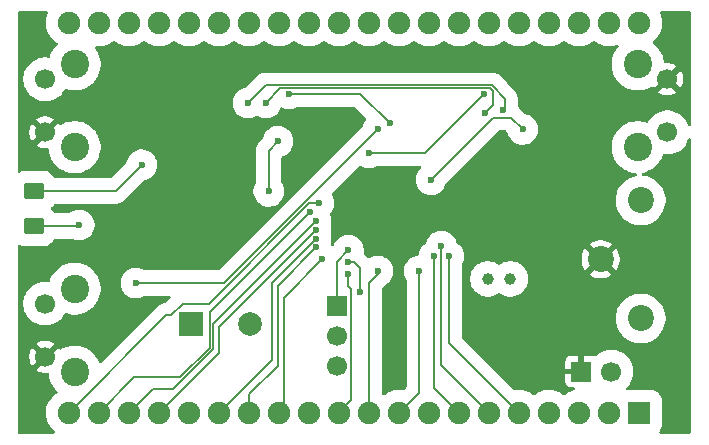
<source format=gbr>
G04 #@! TF.GenerationSoftware,KiCad,Pcbnew,9.0.2*
G04 #@! TF.CreationDate,2025-08-18T13:33:17+03:00*
G04 #@! TF.ProjectId,tickbox,7469636b-626f-4782-9e6b-696361645f70,rev?*
G04 #@! TF.SameCoordinates,Original*
G04 #@! TF.FileFunction,Copper,L4,Bot*
G04 #@! TF.FilePolarity,Positive*
%FSLAX46Y46*%
G04 Gerber Fmt 4.6, Leading zero omitted, Abs format (unit mm)*
G04 Created by KiCad (PCBNEW 9.0.2) date 2025-08-18 13:33:17*
%MOMM*%
%LPD*%
G01*
G04 APERTURE LIST*
G04 Aperture macros list*
%AMRoundRect*
0 Rectangle with rounded corners*
0 $1 Rounding radius*
0 $2 $3 $4 $5 $6 $7 $8 $9 X,Y pos of 4 corners*
0 Add a 4 corners polygon primitive as box body*
4,1,4,$2,$3,$4,$5,$6,$7,$8,$9,$2,$3,0*
0 Add four circle primitives for the rounded corners*
1,1,$1+$1,$2,$3*
1,1,$1+$1,$4,$5*
1,1,$1+$1,$6,$7*
1,1,$1+$1,$8,$9*
0 Add four rect primitives between the rounded corners*
20,1,$1+$1,$2,$3,$4,$5,0*
20,1,$1+$1,$4,$5,$6,$7,0*
20,1,$1+$1,$6,$7,$8,$9,0*
20,1,$1+$1,$8,$9,$2,$3,0*%
G04 Aperture macros list end*
G04 #@! TA.AperFunction,ComponentPad*
%ADD10R,1.700000X1.700000*%
G04 #@! TD*
G04 #@! TA.AperFunction,ComponentPad*
%ADD11C,1.700000*%
G04 #@! TD*
G04 #@! TA.AperFunction,ComponentPad*
%ADD12R,2.000000X2.000000*%
G04 #@! TD*
G04 #@! TA.AperFunction,ComponentPad*
%ADD13C,2.000000*%
G04 #@! TD*
G04 #@! TA.AperFunction,ComponentPad*
%ADD14C,2.400000*%
G04 #@! TD*
G04 #@! TA.AperFunction,ComponentPad*
%ADD15C,1.000000*%
G04 #@! TD*
G04 #@! TA.AperFunction,ComponentPad*
%ADD16C,2.200000*%
G04 #@! TD*
G04 #@! TA.AperFunction,ComponentPad*
%ADD17R,1.905000X1.905000*%
G04 #@! TD*
G04 #@! TA.AperFunction,ComponentPad*
%ADD18C,1.905000*%
G04 #@! TD*
G04 #@! TA.AperFunction,SMDPad,CuDef*
%ADD19RoundRect,0.250001X-0.624999X0.462499X-0.624999X-0.462499X0.624999X-0.462499X0.624999X0.462499X0*%
G04 #@! TD*
G04 #@! TA.AperFunction,ViaPad*
%ADD20C,0.600000*%
G04 #@! TD*
G04 #@! TA.AperFunction,Conductor*
%ADD21C,0.127000*%
G04 #@! TD*
G04 #@! TA.AperFunction,Conductor*
%ADD22C,0.150000*%
G04 #@! TD*
G04 #@! TA.AperFunction,Conductor*
%ADD23C,0.200000*%
G04 #@! TD*
G04 APERTURE END LIST*
D10*
X55000000Y-54460000D03*
D11*
X55000000Y-57000000D03*
X55000000Y-59540000D03*
D12*
X42629216Y-56000000D03*
D13*
X47629216Y-56000000D03*
D14*
X32825000Y-41000001D03*
X32825000Y-34000001D03*
D11*
X30325000Y-39750001D03*
X30325000Y-35250001D03*
D15*
X69700000Y-52150000D03*
X67800000Y-52150000D03*
D16*
X80750000Y-55500000D03*
X80750000Y-45500000D03*
X77350000Y-50500000D03*
D10*
X75725000Y-60000000D03*
D11*
X78265000Y-60000000D03*
D14*
X80500000Y-33999999D03*
X80500000Y-40999999D03*
D11*
X83000000Y-35249999D03*
X83000000Y-39749999D03*
D14*
X32825000Y-60000001D03*
X32825000Y-53000001D03*
D11*
X30325000Y-58750001D03*
X30325000Y-54250001D03*
D17*
X80600000Y-63500000D03*
D18*
X78060000Y-63500000D03*
X75520000Y-63500000D03*
X72980000Y-63500000D03*
X70440000Y-63500000D03*
X67900000Y-63500000D03*
X65360000Y-63500000D03*
X62820000Y-63500000D03*
X60280000Y-63500000D03*
X57740000Y-63500000D03*
X55200000Y-63500000D03*
X52660000Y-63500000D03*
X50120000Y-63500000D03*
X47580000Y-63500000D03*
X45040000Y-63500000D03*
X42500000Y-63500000D03*
X39960000Y-63500000D03*
X37420000Y-63500000D03*
X34880000Y-63500000D03*
X32340000Y-63500000D03*
X32340000Y-30500000D03*
X34880000Y-30500000D03*
X37420000Y-30500000D03*
X39960000Y-30500000D03*
X42500000Y-30500000D03*
X45040000Y-30500000D03*
X47580000Y-30500000D03*
X50120000Y-30500000D03*
X52660000Y-30500000D03*
X55200000Y-30500000D03*
X57740000Y-30500000D03*
X60280000Y-30500000D03*
X62820000Y-30500000D03*
X65360000Y-30500000D03*
X67900000Y-30500000D03*
X70440000Y-30500000D03*
X72980000Y-30500000D03*
X75520000Y-30500000D03*
X78060000Y-30500000D03*
X80600000Y-30500000D03*
D19*
X29400000Y-44712500D03*
X29400000Y-47687500D03*
D20*
X67500000Y-36500000D03*
X57750000Y-41500000D03*
X50023561Y-40523561D03*
X49250000Y-44750000D03*
X64500000Y-50250000D03*
X72437500Y-57812500D03*
X47500000Y-41250000D03*
X75687500Y-42062500D03*
X71875000Y-44375000D03*
X68750000Y-46250000D03*
X53250000Y-48000000D03*
X57000000Y-53250000D03*
X56000000Y-50750000D03*
X56000000Y-49750000D03*
X62000000Y-51500000D03*
X52750000Y-46500000D03*
X53750000Y-50500000D03*
X53250000Y-47250000D03*
X56000000Y-51750000D03*
X53250000Y-48750000D03*
X53500000Y-45750000D03*
X53250000Y-49500000D03*
X63875000Y-49375000D03*
X58500000Y-39500000D03*
X38000000Y-52500000D03*
X63250000Y-50250000D03*
X58500000Y-51500000D03*
X38500000Y-42500000D03*
X69125000Y-37875000D03*
X47500000Y-37250000D03*
X49000000Y-37250000D03*
X67590990Y-38090990D03*
X59500000Y-39000000D03*
X51000000Y-36500000D03*
X70750000Y-39500000D03*
X63000000Y-43750000D03*
X33200000Y-47600000D03*
D21*
X48996499Y-35753501D02*
X47500000Y-37250000D01*
X69250000Y-37750000D02*
X69250000Y-36889376D01*
X68114125Y-35753501D02*
X48996499Y-35753501D01*
X69125000Y-37875000D02*
X69250000Y-37750000D01*
X69250000Y-36889376D02*
X68114125Y-35753501D01*
X50241500Y-36008500D02*
X49000000Y-37250000D01*
X68250000Y-36250000D02*
X68008500Y-36008500D01*
X68008500Y-36008500D02*
X50241500Y-36008500D01*
X68250000Y-37431980D02*
X68250000Y-36250000D01*
X67590990Y-38090990D02*
X68250000Y-37431980D01*
D22*
X62500000Y-41500000D02*
X57750000Y-41500000D01*
X67500000Y-36500000D02*
X62500000Y-41500000D01*
X49250000Y-41297122D02*
X49250000Y-44750000D01*
X50023561Y-40523561D02*
X49250000Y-41297122D01*
X64500000Y-50250000D02*
X64500000Y-57560000D01*
X64500000Y-57560000D02*
X70440000Y-63500000D01*
X53250000Y-48000000D02*
X45000000Y-56250000D01*
X45000000Y-58460000D02*
X39960000Y-63500000D01*
X45000000Y-56250000D02*
X45000000Y-58460000D01*
X57000000Y-51250000D02*
X57000000Y-53250000D01*
X56000000Y-50750000D02*
X56500000Y-50750000D01*
X56500000Y-50750000D02*
X57000000Y-51250000D01*
X56000000Y-49750000D02*
X55000000Y-50750000D01*
X55000000Y-50750000D02*
X55000000Y-54460000D01*
X62000000Y-61780000D02*
X60280000Y-63500000D01*
X62000000Y-51500000D02*
X62000000Y-61780000D01*
X37880000Y-60500000D02*
X34880000Y-63500000D01*
X44250000Y-55000000D02*
X44250000Y-58000000D01*
X44250000Y-58000000D02*
X41750000Y-60500000D01*
X41750000Y-60500000D02*
X37880000Y-60500000D01*
X52750000Y-46500000D02*
X44250000Y-55000000D01*
X50500000Y-63120000D02*
X50120000Y-63500000D01*
X53750000Y-50500000D02*
X50500000Y-53750000D01*
X50500000Y-53750000D02*
X50500000Y-63120000D01*
X44528000Y-58115152D02*
X41143152Y-61500000D01*
X53250000Y-47250000D02*
X44528000Y-55972000D01*
X39420000Y-61500000D02*
X37420000Y-63500000D01*
X44528000Y-55972000D02*
X44528000Y-58115152D01*
X41143152Y-61500000D02*
X39420000Y-61500000D01*
X56000000Y-51750000D02*
X56000000Y-52750000D01*
X56250000Y-62450000D02*
X55200000Y-63500000D01*
X56000000Y-52750000D02*
X56250000Y-53000000D01*
X56250000Y-53000000D02*
X56250000Y-62450000D01*
X49500000Y-59040000D02*
X45040000Y-63500000D01*
X53250000Y-48750000D02*
X49500000Y-52500000D01*
X49500000Y-52500000D02*
X49500000Y-59040000D01*
X52678506Y-45750000D02*
X44178506Y-54250000D01*
X40590000Y-55250000D02*
X32340000Y-63500000D01*
X44178506Y-54250000D02*
X42000000Y-54250000D01*
X53500000Y-45750000D02*
X52678506Y-45750000D01*
X42000000Y-54250000D02*
X41000000Y-55250000D01*
X41000000Y-55250000D02*
X40590000Y-55250000D01*
X53250000Y-49500000D02*
X50000000Y-52750000D01*
X50000000Y-59500000D02*
X47580000Y-61920000D01*
X50000000Y-52750000D02*
X50000000Y-59500000D01*
X47580000Y-61920000D02*
X47580000Y-63500000D01*
X63875000Y-49375000D02*
X63875000Y-59475000D01*
X63875000Y-59475000D02*
X67900000Y-63500000D01*
D23*
X58500000Y-39500000D02*
X45500000Y-52500000D01*
X45500000Y-52500000D02*
X38000000Y-52500000D01*
D22*
X63250000Y-61390000D02*
X65360000Y-63500000D01*
X63250000Y-50250000D02*
X63250000Y-61390000D01*
X58500000Y-51750000D02*
X57740000Y-52510000D01*
X57740000Y-52510000D02*
X57740000Y-63500000D01*
X58500000Y-51500000D02*
X58500000Y-51750000D01*
D21*
X29400000Y-44712500D02*
X36287500Y-44712500D01*
X36287500Y-44712500D02*
X38500000Y-42500000D01*
D23*
X57000000Y-36500000D02*
X51000000Y-36500000D01*
X59500000Y-39000000D02*
X57000000Y-36500000D01*
D22*
X69750000Y-38500000D02*
X70750000Y-39500000D01*
X68250000Y-38500000D02*
X69750000Y-38500000D01*
X63000000Y-43750000D02*
X68250000Y-38500000D01*
X33112500Y-47687500D02*
X29400000Y-47687500D01*
X33200000Y-47600000D02*
X33112500Y-47687500D01*
G04 #@! TA.AperFunction,Conductor*
G36*
X30521555Y-29520185D02*
G01*
X30567310Y-29572989D01*
X30577254Y-29642147D01*
X30569077Y-29671952D01*
X30486677Y-29870883D01*
X30420417Y-30118172D01*
X30387000Y-30371986D01*
X30387000Y-30628013D01*
X30412991Y-30825423D01*
X30420417Y-30881829D01*
X30455925Y-31014349D01*
X30486677Y-31129116D01*
X30584644Y-31365631D01*
X30584651Y-31365646D01*
X30712652Y-31587352D01*
X30868511Y-31790470D01*
X31049529Y-31971488D01*
X31049533Y-31971491D01*
X31049535Y-31971493D01*
X31252643Y-32127344D01*
X31323829Y-32168443D01*
X31372044Y-32219009D01*
X31385268Y-32287616D01*
X31359300Y-32352481D01*
X31349510Y-32363511D01*
X31167030Y-32545991D01*
X31167024Y-32545998D01*
X30991431Y-32774836D01*
X30991420Y-32774852D01*
X30847199Y-33024648D01*
X30847191Y-33024664D01*
X30736810Y-33291151D01*
X30736808Y-33291156D01*
X30727012Y-33327715D01*
X30690646Y-33387375D01*
X30627799Y-33417903D01*
X30591053Y-33418559D01*
X30446289Y-33399501D01*
X30446288Y-33399501D01*
X30203712Y-33399501D01*
X30203711Y-33399501D01*
X29963214Y-33431162D01*
X29728895Y-33493948D01*
X29504794Y-33586774D01*
X29504785Y-33586778D01*
X29294706Y-33708068D01*
X29102263Y-33855734D01*
X29102256Y-33855740D01*
X28930739Y-34027257D01*
X28930733Y-34027264D01*
X28783067Y-34219707D01*
X28661777Y-34429786D01*
X28661773Y-34429795D01*
X28568947Y-34653896D01*
X28506161Y-34888215D01*
X28474500Y-35128712D01*
X28474500Y-35371289D01*
X28505077Y-35603553D01*
X28506162Y-35611790D01*
X28518536Y-35657970D01*
X28568947Y-35846105D01*
X28661773Y-36070206D01*
X28661777Y-36070215D01*
X28672153Y-36088186D01*
X28783064Y-36280290D01*
X28783066Y-36280293D01*
X28783067Y-36280294D01*
X28930733Y-36472737D01*
X28930739Y-36472744D01*
X29102256Y-36644261D01*
X29102262Y-36644266D01*
X29294711Y-36791937D01*
X29504788Y-36913225D01*
X29728900Y-37006055D01*
X29963211Y-37068839D01*
X30140545Y-37092185D01*
X30203711Y-37100501D01*
X30203712Y-37100501D01*
X30446289Y-37100501D01*
X30509455Y-37092185D01*
X30686789Y-37068839D01*
X30921100Y-37006055D01*
X31145212Y-36913225D01*
X31355289Y-36791937D01*
X31547738Y-36644266D01*
X31719265Y-36472739D01*
X31866936Y-36280290D01*
X31950166Y-36136130D01*
X32000731Y-36087918D01*
X32069338Y-36074694D01*
X32105002Y-36083572D01*
X32116155Y-36088192D01*
X32394783Y-36162850D01*
X32680772Y-36200501D01*
X32680779Y-36200501D01*
X32969221Y-36200501D01*
X32969228Y-36200501D01*
X33255217Y-36162850D01*
X33533845Y-36088192D01*
X33533857Y-36088186D01*
X33533860Y-36088186D01*
X33800336Y-35977809D01*
X33800339Y-35977807D01*
X33800345Y-35977805D01*
X34050156Y-35833576D01*
X34279004Y-35657975D01*
X34482974Y-35454005D01*
X34658575Y-35225157D01*
X34802804Y-34975346D01*
X34816206Y-34942992D01*
X34913185Y-34708861D01*
X34913185Y-34708858D01*
X34913191Y-34708846D01*
X34987849Y-34430218D01*
X35025500Y-34144229D01*
X35025500Y-33855773D01*
X34987849Y-33569784D01*
X34913191Y-33291156D01*
X34913186Y-33291146D01*
X34913185Y-33291140D01*
X34802808Y-33024664D01*
X34802800Y-33024648D01*
X34658579Y-32774852D01*
X34658575Y-32774845D01*
X34555603Y-32640650D01*
X34530411Y-32575483D01*
X34544449Y-32507039D01*
X34593263Y-32457049D01*
X34661354Y-32441385D01*
X34670164Y-32442226D01*
X34751994Y-32453000D01*
X34752001Y-32453000D01*
X35007999Y-32453000D01*
X35008006Y-32453000D01*
X35261829Y-32419583D01*
X35509118Y-32353322D01*
X35745643Y-32255350D01*
X35967357Y-32127344D01*
X36074513Y-32045120D01*
X36139682Y-32019925D01*
X36208127Y-32033963D01*
X36225487Y-32045120D01*
X36332642Y-32127344D01*
X36554353Y-32255348D01*
X36554368Y-32255355D01*
X36632254Y-32287616D01*
X36790882Y-32353322D01*
X37038171Y-32419583D01*
X37291994Y-32453000D01*
X37292001Y-32453000D01*
X37547999Y-32453000D01*
X37548006Y-32453000D01*
X37801829Y-32419583D01*
X38049118Y-32353322D01*
X38285643Y-32255350D01*
X38507357Y-32127344D01*
X38614513Y-32045120D01*
X38679682Y-32019925D01*
X38748127Y-32033963D01*
X38765487Y-32045120D01*
X38872642Y-32127344D01*
X39094353Y-32255348D01*
X39094368Y-32255355D01*
X39172254Y-32287616D01*
X39330882Y-32353322D01*
X39578171Y-32419583D01*
X39831994Y-32453000D01*
X39832001Y-32453000D01*
X40087999Y-32453000D01*
X40088006Y-32453000D01*
X40341829Y-32419583D01*
X40589118Y-32353322D01*
X40825643Y-32255350D01*
X41047357Y-32127344D01*
X41154513Y-32045120D01*
X41219682Y-32019925D01*
X41288127Y-32033963D01*
X41305487Y-32045120D01*
X41412642Y-32127344D01*
X41634353Y-32255348D01*
X41634368Y-32255355D01*
X41712254Y-32287616D01*
X41870882Y-32353322D01*
X42118171Y-32419583D01*
X42371994Y-32453000D01*
X42372001Y-32453000D01*
X42627999Y-32453000D01*
X42628006Y-32453000D01*
X42881829Y-32419583D01*
X43129118Y-32353322D01*
X43365643Y-32255350D01*
X43587357Y-32127344D01*
X43694513Y-32045120D01*
X43759682Y-32019925D01*
X43828127Y-32033963D01*
X43845487Y-32045120D01*
X43952642Y-32127344D01*
X44174353Y-32255348D01*
X44174368Y-32255355D01*
X44252254Y-32287616D01*
X44410882Y-32353322D01*
X44658171Y-32419583D01*
X44911994Y-32453000D01*
X44912001Y-32453000D01*
X45167999Y-32453000D01*
X45168006Y-32453000D01*
X45421829Y-32419583D01*
X45669118Y-32353322D01*
X45905643Y-32255350D01*
X46127357Y-32127344D01*
X46234513Y-32045120D01*
X46299682Y-32019925D01*
X46368127Y-32033963D01*
X46385487Y-32045120D01*
X46492642Y-32127344D01*
X46714353Y-32255348D01*
X46714368Y-32255355D01*
X46792254Y-32287616D01*
X46950882Y-32353322D01*
X47198171Y-32419583D01*
X47451994Y-32453000D01*
X47452001Y-32453000D01*
X47707999Y-32453000D01*
X47708006Y-32453000D01*
X47961829Y-32419583D01*
X48209118Y-32353322D01*
X48445643Y-32255350D01*
X48667357Y-32127344D01*
X48774513Y-32045120D01*
X48839682Y-32019925D01*
X48908127Y-32033963D01*
X48925487Y-32045120D01*
X49032642Y-32127344D01*
X49254353Y-32255348D01*
X49254368Y-32255355D01*
X49332254Y-32287616D01*
X49490882Y-32353322D01*
X49738171Y-32419583D01*
X49991994Y-32453000D01*
X49992001Y-32453000D01*
X50247999Y-32453000D01*
X50248006Y-32453000D01*
X50501829Y-32419583D01*
X50749118Y-32353322D01*
X50985643Y-32255350D01*
X51207357Y-32127344D01*
X51314513Y-32045120D01*
X51379682Y-32019925D01*
X51448127Y-32033963D01*
X51465487Y-32045120D01*
X51572642Y-32127344D01*
X51794353Y-32255348D01*
X51794368Y-32255355D01*
X51872254Y-32287616D01*
X52030882Y-32353322D01*
X52278171Y-32419583D01*
X52531994Y-32453000D01*
X52532001Y-32453000D01*
X52787999Y-32453000D01*
X52788006Y-32453000D01*
X53041829Y-32419583D01*
X53289118Y-32353322D01*
X53525643Y-32255350D01*
X53747357Y-32127344D01*
X53854513Y-32045120D01*
X53919682Y-32019925D01*
X53988127Y-32033963D01*
X54005487Y-32045120D01*
X54112642Y-32127344D01*
X54334353Y-32255348D01*
X54334368Y-32255355D01*
X54412254Y-32287616D01*
X54570882Y-32353322D01*
X54818171Y-32419583D01*
X55071994Y-32453000D01*
X55072001Y-32453000D01*
X55327999Y-32453000D01*
X55328006Y-32453000D01*
X55581829Y-32419583D01*
X55829118Y-32353322D01*
X56065643Y-32255350D01*
X56287357Y-32127344D01*
X56394513Y-32045120D01*
X56459682Y-32019925D01*
X56528127Y-32033963D01*
X56545487Y-32045120D01*
X56652642Y-32127344D01*
X56874353Y-32255348D01*
X56874368Y-32255355D01*
X56952254Y-32287616D01*
X57110882Y-32353322D01*
X57358171Y-32419583D01*
X57611994Y-32453000D01*
X57612001Y-32453000D01*
X57867999Y-32453000D01*
X57868006Y-32453000D01*
X58121829Y-32419583D01*
X58369118Y-32353322D01*
X58605643Y-32255350D01*
X58827357Y-32127344D01*
X58934513Y-32045120D01*
X58999682Y-32019925D01*
X59068127Y-32033963D01*
X59085487Y-32045120D01*
X59192642Y-32127344D01*
X59414353Y-32255348D01*
X59414368Y-32255355D01*
X59492254Y-32287616D01*
X59650882Y-32353322D01*
X59898171Y-32419583D01*
X60151994Y-32453000D01*
X60152001Y-32453000D01*
X60407999Y-32453000D01*
X60408006Y-32453000D01*
X60661829Y-32419583D01*
X60909118Y-32353322D01*
X61145643Y-32255350D01*
X61367357Y-32127344D01*
X61474513Y-32045120D01*
X61539682Y-32019925D01*
X61608127Y-32033963D01*
X61625487Y-32045120D01*
X61732642Y-32127344D01*
X61954353Y-32255348D01*
X61954368Y-32255355D01*
X62032254Y-32287616D01*
X62190882Y-32353322D01*
X62438171Y-32419583D01*
X62691994Y-32453000D01*
X62692001Y-32453000D01*
X62947999Y-32453000D01*
X62948006Y-32453000D01*
X63201829Y-32419583D01*
X63449118Y-32353322D01*
X63685643Y-32255350D01*
X63907357Y-32127344D01*
X64014513Y-32045120D01*
X64079682Y-32019925D01*
X64148127Y-32033963D01*
X64165487Y-32045120D01*
X64272642Y-32127344D01*
X64494353Y-32255348D01*
X64494368Y-32255355D01*
X64572254Y-32287616D01*
X64730882Y-32353322D01*
X64978171Y-32419583D01*
X65231994Y-32453000D01*
X65232001Y-32453000D01*
X65487999Y-32453000D01*
X65488006Y-32453000D01*
X65741829Y-32419583D01*
X65989118Y-32353322D01*
X66225643Y-32255350D01*
X66447357Y-32127344D01*
X66554513Y-32045120D01*
X66619682Y-32019925D01*
X66688127Y-32033963D01*
X66705487Y-32045120D01*
X66812642Y-32127344D01*
X67034353Y-32255348D01*
X67034368Y-32255355D01*
X67112254Y-32287616D01*
X67270882Y-32353322D01*
X67518171Y-32419583D01*
X67771994Y-32453000D01*
X67772001Y-32453000D01*
X68027999Y-32453000D01*
X68028006Y-32453000D01*
X68281829Y-32419583D01*
X68529118Y-32353322D01*
X68765643Y-32255350D01*
X68987357Y-32127344D01*
X69094513Y-32045120D01*
X69159682Y-32019925D01*
X69228127Y-32033963D01*
X69245487Y-32045120D01*
X69352642Y-32127344D01*
X69574353Y-32255348D01*
X69574368Y-32255355D01*
X69652254Y-32287616D01*
X69810882Y-32353322D01*
X70058171Y-32419583D01*
X70311994Y-32453000D01*
X70312001Y-32453000D01*
X70567999Y-32453000D01*
X70568006Y-32453000D01*
X70821829Y-32419583D01*
X71069118Y-32353322D01*
X71305643Y-32255350D01*
X71527357Y-32127344D01*
X71634513Y-32045120D01*
X71699682Y-32019925D01*
X71768127Y-32033963D01*
X71785487Y-32045120D01*
X71892642Y-32127344D01*
X72114353Y-32255348D01*
X72114368Y-32255355D01*
X72192254Y-32287616D01*
X72350882Y-32353322D01*
X72598171Y-32419583D01*
X72851994Y-32453000D01*
X72852001Y-32453000D01*
X73107999Y-32453000D01*
X73108006Y-32453000D01*
X73361829Y-32419583D01*
X73609118Y-32353322D01*
X73845643Y-32255350D01*
X74067357Y-32127344D01*
X74174513Y-32045120D01*
X74239682Y-32019925D01*
X74308127Y-32033963D01*
X74325487Y-32045120D01*
X74432642Y-32127344D01*
X74654353Y-32255348D01*
X74654368Y-32255355D01*
X74732254Y-32287616D01*
X74890882Y-32353322D01*
X75138171Y-32419583D01*
X75391994Y-32453000D01*
X75392001Y-32453000D01*
X75647999Y-32453000D01*
X75648006Y-32453000D01*
X75901829Y-32419583D01*
X76149118Y-32353322D01*
X76385643Y-32255350D01*
X76607357Y-32127344D01*
X76714513Y-32045120D01*
X76779682Y-32019925D01*
X76848127Y-32033963D01*
X76865487Y-32045120D01*
X76972642Y-32127344D01*
X77194353Y-32255348D01*
X77194368Y-32255355D01*
X77272254Y-32287616D01*
X77430882Y-32353322D01*
X77678171Y-32419583D01*
X77931994Y-32453000D01*
X77932001Y-32453000D01*
X78187999Y-32453000D01*
X78188006Y-32453000D01*
X78441829Y-32419583D01*
X78689118Y-32353322D01*
X78703300Y-32347447D01*
X78772766Y-32339979D01*
X78835245Y-32371253D01*
X78870898Y-32431342D01*
X78868405Y-32501167D01*
X78843983Y-32543762D01*
X78842028Y-32545990D01*
X78666431Y-32774834D01*
X78666420Y-32774850D01*
X78522199Y-33024646D01*
X78522191Y-33024662D01*
X78411814Y-33291138D01*
X78411810Y-33291151D01*
X78411809Y-33291154D01*
X78337152Y-33569781D01*
X78337149Y-33569792D01*
X78299504Y-33855740D01*
X78299500Y-33855771D01*
X78299500Y-34144227D01*
X78299500Y-34144232D01*
X78299501Y-34144237D01*
X78337149Y-34430205D01*
X78337150Y-34430210D01*
X78337151Y-34430216D01*
X78411809Y-34708844D01*
X78411810Y-34708846D01*
X78411814Y-34708859D01*
X78522191Y-34975335D01*
X78522199Y-34975351D01*
X78666420Y-35225147D01*
X78666431Y-35225163D01*
X78842024Y-35454001D01*
X78842030Y-35454008D01*
X79045990Y-35657968D01*
X79045997Y-35657974D01*
X79046000Y-35657976D01*
X79274844Y-35833574D01*
X79274851Y-35833578D01*
X79524647Y-35977799D01*
X79524663Y-35977807D01*
X79791139Y-36088184D01*
X79791145Y-36088185D01*
X79791155Y-36088190D01*
X80069783Y-36162848D01*
X80355772Y-36200499D01*
X80355779Y-36200499D01*
X80644221Y-36200499D01*
X80644228Y-36200499D01*
X80679410Y-36195867D01*
X80685459Y-36195071D01*
X80743771Y-36187393D01*
X80930217Y-36162848D01*
X81208845Y-36088190D01*
X81208857Y-36088184D01*
X81208860Y-36088184D01*
X81475336Y-35977807D01*
X81475337Y-35977805D01*
X81475345Y-35977803D01*
X81656078Y-35873455D01*
X81723974Y-35856984D01*
X81790001Y-35879836D01*
X81828559Y-35924547D01*
X81845374Y-35957548D01*
X81884728Y-36011715D01*
X82517037Y-35379407D01*
X82534075Y-35442992D01*
X82599901Y-35557006D01*
X82692993Y-35650098D01*
X82807007Y-35715924D01*
X82870590Y-35732961D01*
X82238282Y-36365268D01*
X82238282Y-36365269D01*
X82292449Y-36404623D01*
X82481782Y-36501094D01*
X82683870Y-36566756D01*
X82893754Y-36599999D01*
X83106246Y-36599999D01*
X83316127Y-36566756D01*
X83316130Y-36566756D01*
X83518217Y-36501094D01*
X83707554Y-36404621D01*
X83761716Y-36365269D01*
X83761717Y-36365269D01*
X83129408Y-35732961D01*
X83192993Y-35715924D01*
X83307007Y-35650098D01*
X83400099Y-35557006D01*
X83465925Y-35442992D01*
X83482962Y-35379407D01*
X84115270Y-36011716D01*
X84115270Y-36011715D01*
X84154622Y-35957553D01*
X84251095Y-35768216D01*
X84316757Y-35566129D01*
X84316757Y-35566126D01*
X84350000Y-35356245D01*
X84350000Y-35143752D01*
X84316757Y-34933871D01*
X84316757Y-34933868D01*
X84251095Y-34731781D01*
X84154624Y-34542448D01*
X84115270Y-34488281D01*
X84115269Y-34488281D01*
X83482962Y-35120589D01*
X83465925Y-35057006D01*
X83400099Y-34942992D01*
X83307007Y-34849900D01*
X83192993Y-34784074D01*
X83129408Y-34767036D01*
X83761716Y-34134727D01*
X83707550Y-34095374D01*
X83518217Y-33998903D01*
X83316129Y-33933241D01*
X83106246Y-33899999D01*
X82893746Y-33899999D01*
X82835872Y-33909165D01*
X82766579Y-33900210D01*
X82713127Y-33855213D01*
X82693536Y-33802877D01*
X82681054Y-33708068D01*
X82662849Y-33569782D01*
X82588191Y-33291154D01*
X82588186Y-33291144D01*
X82588185Y-33291138D01*
X82477808Y-33024662D01*
X82477800Y-33024646D01*
X82333579Y-32774850D01*
X82333576Y-32774845D01*
X82333575Y-32774843D01*
X82180601Y-32575483D01*
X82157975Y-32545996D01*
X82157969Y-32545989D01*
X81954009Y-32342029D01*
X81954002Y-32342023D01*
X81808997Y-32230757D01*
X81767794Y-32174329D01*
X81763639Y-32104583D01*
X81797851Y-32043663D01*
X81808987Y-32034012D01*
X81890465Y-31971493D01*
X82071493Y-31790465D01*
X82227344Y-31587357D01*
X82355350Y-31365643D01*
X82453322Y-31129118D01*
X82519583Y-30881829D01*
X82553000Y-30628006D01*
X82553000Y-30371994D01*
X82519583Y-30118171D01*
X82453322Y-29870882D01*
X82420298Y-29791156D01*
X82370923Y-29671952D01*
X82363454Y-29602483D01*
X82394729Y-29540004D01*
X82454818Y-29504352D01*
X82485484Y-29500500D01*
X84875500Y-29500500D01*
X84942539Y-29520185D01*
X84988294Y-29572989D01*
X84999500Y-29624500D01*
X84999500Y-39120578D01*
X84979815Y-39187617D01*
X84927011Y-39233372D01*
X84857853Y-39243316D01*
X84794297Y-39214291D01*
X84757845Y-39157571D01*
X84757357Y-39157737D01*
X84756690Y-39155774D01*
X84756523Y-39155513D01*
X84756143Y-39154162D01*
X84756054Y-39153900D01*
X84756054Y-39153899D01*
X84663224Y-38929787D01*
X84541936Y-38719710D01*
X84394265Y-38527261D01*
X84394260Y-38527255D01*
X84222743Y-38355738D01*
X84222736Y-38355732D01*
X84030293Y-38208066D01*
X84030292Y-38208065D01*
X84030289Y-38208063D01*
X83820212Y-38086775D01*
X83820205Y-38086772D01*
X83596104Y-37993946D01*
X83363476Y-37931613D01*
X83361789Y-37931161D01*
X83361788Y-37931160D01*
X83361785Y-37931160D01*
X83121289Y-37899499D01*
X83121288Y-37899499D01*
X82878712Y-37899499D01*
X82878711Y-37899499D01*
X82638214Y-37931160D01*
X82403895Y-37993946D01*
X82179794Y-38086772D01*
X82179785Y-38086776D01*
X81969706Y-38208066D01*
X81777263Y-38355732D01*
X81777256Y-38355738D01*
X81605739Y-38527255D01*
X81605733Y-38527262D01*
X81458069Y-38719702D01*
X81374835Y-38863866D01*
X81324267Y-38912081D01*
X81255660Y-38925303D01*
X81219997Y-38916427D01*
X81208853Y-38911811D01*
X81208849Y-38911809D01*
X81208845Y-38911808D01*
X80930217Y-38837150D01*
X80930211Y-38837149D01*
X80930206Y-38837148D01*
X80644238Y-38799500D01*
X80644233Y-38799499D01*
X80644228Y-38799499D01*
X80355772Y-38799499D01*
X80355766Y-38799499D01*
X80355761Y-38799500D01*
X80069793Y-38837148D01*
X80069786Y-38837149D01*
X80069783Y-38837150D01*
X79844001Y-38897648D01*
X79791155Y-38911808D01*
X79791139Y-38911813D01*
X79524663Y-39022190D01*
X79524647Y-39022198D01*
X79274851Y-39166419D01*
X79274835Y-39166430D01*
X79045997Y-39342023D01*
X79045990Y-39342029D01*
X78842030Y-39545989D01*
X78842024Y-39545996D01*
X78666431Y-39774834D01*
X78666420Y-39774850D01*
X78522199Y-40024646D01*
X78522191Y-40024662D01*
X78411814Y-40291138D01*
X78411809Y-40291154D01*
X78337152Y-40569781D01*
X78337149Y-40569792D01*
X78299501Y-40855760D01*
X78299500Y-40855771D01*
X78299500Y-41144227D01*
X78299500Y-41144232D01*
X78299501Y-41144237D01*
X78337149Y-41430205D01*
X78337150Y-41430210D01*
X78337151Y-41430216D01*
X78411809Y-41708844D01*
X78411810Y-41708846D01*
X78411814Y-41708859D01*
X78522191Y-41975335D01*
X78522199Y-41975351D01*
X78666420Y-42225147D01*
X78666431Y-42225163D01*
X78842024Y-42454001D01*
X78842030Y-42454008D01*
X79045990Y-42657968D01*
X79045997Y-42657974D01*
X79123113Y-42717147D01*
X79274844Y-42833574D01*
X79274851Y-42833578D01*
X79524647Y-42977799D01*
X79524663Y-42977807D01*
X79791139Y-43088184D01*
X79791145Y-43088185D01*
X79791155Y-43088190D01*
X80069783Y-43162848D01*
X80314633Y-43195083D01*
X80378528Y-43223348D01*
X80416999Y-43281672D01*
X80417831Y-43351537D01*
X80380758Y-43410761D01*
X80330540Y-43437796D01*
X80073367Y-43506705D01*
X79818982Y-43612075D01*
X79818971Y-43612080D01*
X79580516Y-43749754D01*
X79362073Y-43917370D01*
X79362066Y-43917376D01*
X79167376Y-44112066D01*
X79167370Y-44112073D01*
X78999754Y-44330516D01*
X78862080Y-44568971D01*
X78862075Y-44568982D01*
X78756704Y-44823369D01*
X78710348Y-44996375D01*
X78695846Y-45050500D01*
X78685441Y-45089331D01*
X78685438Y-45089344D01*
X78649501Y-45362315D01*
X78649500Y-45362332D01*
X78649500Y-45637667D01*
X78649501Y-45637684D01*
X78685438Y-45910655D01*
X78685439Y-45910660D01*
X78685440Y-45910666D01*
X78685441Y-45910668D01*
X78756704Y-46176630D01*
X78862075Y-46431017D01*
X78862080Y-46431028D01*
X78894808Y-46487713D01*
X78999751Y-46669479D01*
X78999753Y-46669482D01*
X78999754Y-46669483D01*
X79167370Y-46887926D01*
X79167376Y-46887933D01*
X79362066Y-47082623D01*
X79362073Y-47082629D01*
X79446808Y-47147648D01*
X79580521Y-47250249D01*
X79733778Y-47338732D01*
X79818971Y-47387919D01*
X79818976Y-47387921D01*
X79818979Y-47387923D01*
X80073368Y-47493295D01*
X80339334Y-47564560D01*
X80612326Y-47600500D01*
X80612333Y-47600500D01*
X80887667Y-47600500D01*
X80887674Y-47600500D01*
X81160666Y-47564560D01*
X81426632Y-47493295D01*
X81681021Y-47387923D01*
X81919479Y-47250249D01*
X82137928Y-47082628D01*
X82332628Y-46887928D01*
X82500249Y-46669479D01*
X82637923Y-46431021D01*
X82743295Y-46176632D01*
X82814560Y-45910666D01*
X82850500Y-45637674D01*
X82850500Y-45362326D01*
X82814560Y-45089334D01*
X82743295Y-44823368D01*
X82637923Y-44568979D01*
X82637921Y-44568976D01*
X82637919Y-44568971D01*
X82588732Y-44483778D01*
X82500249Y-44330521D01*
X82332628Y-44112072D01*
X82332623Y-44112066D01*
X82137933Y-43917376D01*
X82137926Y-43917370D01*
X81919483Y-43749754D01*
X81919482Y-43749753D01*
X81919479Y-43749751D01*
X81824407Y-43694861D01*
X81681028Y-43612080D01*
X81681017Y-43612075D01*
X81426630Y-43506704D01*
X81293649Y-43471072D01*
X81160666Y-43435440D01*
X81160660Y-43435439D01*
X81160655Y-43435438D01*
X80942001Y-43406652D01*
X80878104Y-43378385D01*
X80839633Y-43320061D01*
X80838802Y-43250196D01*
X80875874Y-43190973D01*
X80926787Y-43165733D01*
X80926296Y-43163898D01*
X80930212Y-43162848D01*
X80930217Y-43162848D01*
X81208845Y-43088190D01*
X81208857Y-43088184D01*
X81208860Y-43088184D01*
X81475336Y-42977807D01*
X81475339Y-42977805D01*
X81475345Y-42977803D01*
X81725156Y-42833574D01*
X81954004Y-42657973D01*
X82157974Y-42454003D01*
X82333575Y-42225155D01*
X82477804Y-41975344D01*
X82516066Y-41882972D01*
X82588185Y-41708859D01*
X82588185Y-41708856D01*
X82588191Y-41708844D01*
X82597986Y-41672284D01*
X82634350Y-41612626D01*
X82697197Y-41582096D01*
X82733942Y-41581440D01*
X82849907Y-41596706D01*
X82878711Y-41600499D01*
X82878712Y-41600499D01*
X83121289Y-41600499D01*
X83169388Y-41594166D01*
X83361789Y-41568837D01*
X83596100Y-41506053D01*
X83820212Y-41413223D01*
X84030289Y-41291935D01*
X84222738Y-41144264D01*
X84394265Y-40972737D01*
X84541936Y-40780288D01*
X84663224Y-40570211D01*
X84756054Y-40346099D01*
X84756056Y-40346089D01*
X84757357Y-40342261D01*
X84758564Y-40342670D01*
X84792086Y-40287669D01*
X84854932Y-40257137D01*
X84924308Y-40265429D01*
X84978188Y-40309912D01*
X84999465Y-40376463D01*
X84999500Y-40379419D01*
X84999500Y-65125500D01*
X84979815Y-65192539D01*
X84927011Y-65238294D01*
X84875500Y-65249500D01*
X82454680Y-65249500D01*
X82387641Y-65229815D01*
X82341886Y-65177011D01*
X82331942Y-65107853D01*
X82358578Y-65047140D01*
X82392194Y-65005912D01*
X82392194Y-65005911D01*
X82392198Y-65005907D01*
X82486409Y-64825549D01*
X82542386Y-64629918D01*
X82553000Y-64510537D01*
X82552999Y-62489464D01*
X82542386Y-62370082D01*
X82486409Y-62174451D01*
X82392198Y-61994093D01*
X82316114Y-61900783D01*
X82263609Y-61836390D01*
X82141696Y-61736984D01*
X82105907Y-61707802D01*
X81925549Y-61613591D01*
X81925548Y-61613590D01*
X81925545Y-61613589D01*
X81808329Y-61580050D01*
X81729918Y-61557614D01*
X81729915Y-61557613D01*
X81729913Y-61557613D01*
X81657131Y-61551142D01*
X81610537Y-61547000D01*
X81610533Y-61547000D01*
X79634365Y-61547000D01*
X79567326Y-61527315D01*
X79521571Y-61474511D01*
X79511627Y-61405353D01*
X79540652Y-61341797D01*
X79546670Y-61335332D01*
X79659265Y-61222738D01*
X79806936Y-61030289D01*
X79928224Y-60820212D01*
X80021054Y-60596100D01*
X80083838Y-60361789D01*
X80115500Y-60121288D01*
X80115500Y-59878712D01*
X80113730Y-59865271D01*
X80083838Y-59638214D01*
X80083838Y-59638211D01*
X80021054Y-59403900D01*
X79928224Y-59179788D01*
X79806936Y-58969711D01*
X79659265Y-58777262D01*
X79659260Y-58777256D01*
X79487743Y-58605739D01*
X79487736Y-58605733D01*
X79295293Y-58458067D01*
X79295292Y-58458066D01*
X79295289Y-58458064D01*
X79085212Y-58336776D01*
X79038101Y-58317262D01*
X78861104Y-58243947D01*
X78626785Y-58181161D01*
X78386289Y-58149500D01*
X78386288Y-58149500D01*
X78143712Y-58149500D01*
X78143711Y-58149500D01*
X77903214Y-58181161D01*
X77668895Y-58243947D01*
X77444794Y-58336773D01*
X77444785Y-58336777D01*
X77234706Y-58458067D01*
X77042264Y-58605732D01*
X76963099Y-58684897D01*
X76901775Y-58718381D01*
X76832084Y-58713397D01*
X76818261Y-58707083D01*
X76682379Y-58656403D01*
X76682372Y-58656401D01*
X76622844Y-58650000D01*
X75975000Y-58650000D01*
X75975000Y-59566988D01*
X75917993Y-59534075D01*
X75790826Y-59500000D01*
X75659174Y-59500000D01*
X75532007Y-59534075D01*
X75475000Y-59566988D01*
X75475000Y-58650000D01*
X74827155Y-58650000D01*
X74767627Y-58656401D01*
X74767620Y-58656403D01*
X74632913Y-58706645D01*
X74632906Y-58706649D01*
X74517812Y-58792809D01*
X74517809Y-58792812D01*
X74431649Y-58907906D01*
X74431645Y-58907913D01*
X74381403Y-59042620D01*
X74381401Y-59042627D01*
X74375000Y-59102155D01*
X74375000Y-59750000D01*
X75291988Y-59750000D01*
X75259075Y-59807007D01*
X75225000Y-59934174D01*
X75225000Y-60065826D01*
X75259075Y-60192993D01*
X75291988Y-60250000D01*
X74375000Y-60250000D01*
X74375000Y-60897844D01*
X74381401Y-60957372D01*
X74381403Y-60957379D01*
X74431645Y-61092086D01*
X74431649Y-61092093D01*
X74517809Y-61207187D01*
X74517812Y-61207190D01*
X74632906Y-61293350D01*
X74632913Y-61293354D01*
X74767620Y-61343596D01*
X74767627Y-61343598D01*
X74827155Y-61349999D01*
X74827172Y-61350000D01*
X75056226Y-61350000D01*
X75123265Y-61369685D01*
X75169020Y-61422489D01*
X75178964Y-61491647D01*
X75149939Y-61555203D01*
X75091161Y-61592977D01*
X75088354Y-61593765D01*
X74965377Y-61626716D01*
X74890881Y-61646678D01*
X74654368Y-61744644D01*
X74654353Y-61744651D01*
X74432643Y-61872655D01*
X74325486Y-61954880D01*
X74260317Y-61980074D01*
X74191872Y-61966036D01*
X74174514Y-61954880D01*
X74067356Y-61872655D01*
X73845646Y-61744651D01*
X73845631Y-61744644D01*
X73609116Y-61646677D01*
X73468767Y-61609071D01*
X73361829Y-61580417D01*
X73302545Y-61572612D01*
X73108013Y-61547000D01*
X73108006Y-61547000D01*
X72851994Y-61547000D01*
X72851986Y-61547000D01*
X72643980Y-61574386D01*
X72598171Y-61580417D01*
X72547180Y-61594080D01*
X72350883Y-61646677D01*
X72114368Y-61744644D01*
X72114353Y-61744651D01*
X71892643Y-61872655D01*
X71785486Y-61954880D01*
X71720317Y-61980074D01*
X71651872Y-61966036D01*
X71634514Y-61954880D01*
X71527356Y-61872655D01*
X71305646Y-61744651D01*
X71305631Y-61744644D01*
X71069116Y-61646677D01*
X70928767Y-61609071D01*
X70821829Y-61580417D01*
X70762545Y-61572612D01*
X70568013Y-61547000D01*
X70568006Y-61547000D01*
X70311994Y-61547000D01*
X70311986Y-61547000D01*
X70141939Y-61569388D01*
X70103981Y-61574385D01*
X70034946Y-61563621D01*
X70000115Y-61539128D01*
X65611819Y-57150832D01*
X65578334Y-57089509D01*
X65575500Y-57063151D01*
X65575500Y-55362332D01*
X78649500Y-55362332D01*
X78649500Y-55637667D01*
X78649501Y-55637684D01*
X78685438Y-55910655D01*
X78685439Y-55910660D01*
X78685440Y-55910666D01*
X78695251Y-55947281D01*
X78756704Y-56176630D01*
X78862075Y-56431017D01*
X78862080Y-56431028D01*
X78944861Y-56574407D01*
X78999751Y-56669479D01*
X78999753Y-56669482D01*
X78999754Y-56669483D01*
X79167370Y-56887926D01*
X79167376Y-56887933D01*
X79362066Y-57082623D01*
X79362073Y-57082629D01*
X79412455Y-57121288D01*
X79580521Y-57250249D01*
X79704539Y-57321851D01*
X79818971Y-57387919D01*
X79818976Y-57387921D01*
X79818979Y-57387923D01*
X80073368Y-57493295D01*
X80339334Y-57564560D01*
X80612326Y-57600500D01*
X80612333Y-57600500D01*
X80887667Y-57600500D01*
X80887674Y-57600500D01*
X81160666Y-57564560D01*
X81426632Y-57493295D01*
X81681021Y-57387923D01*
X81919479Y-57250249D01*
X82137928Y-57082628D01*
X82332628Y-56887928D01*
X82500249Y-56669479D01*
X82637923Y-56431021D01*
X82743295Y-56176632D01*
X82814560Y-55910666D01*
X82850500Y-55637674D01*
X82850500Y-55362326D01*
X82814560Y-55089334D01*
X82743295Y-54823368D01*
X82637923Y-54568979D01*
X82637921Y-54568976D01*
X82637919Y-54568971D01*
X82588732Y-54483778D01*
X82500249Y-54330521D01*
X82384605Y-54179810D01*
X82332629Y-54112073D01*
X82332623Y-54112066D01*
X82137933Y-53917376D01*
X82137926Y-53917370D01*
X81919483Y-53749754D01*
X81919482Y-53749753D01*
X81919479Y-53749751D01*
X81786524Y-53672989D01*
X81681028Y-53612080D01*
X81681017Y-53612075D01*
X81426630Y-53506704D01*
X81293649Y-53471072D01*
X81160666Y-53435440D01*
X81160660Y-53435439D01*
X81160655Y-53435438D01*
X80887684Y-53399501D01*
X80887679Y-53399500D01*
X80887674Y-53399500D01*
X80612326Y-53399500D01*
X80612320Y-53399500D01*
X80612315Y-53399501D01*
X80339344Y-53435438D01*
X80339337Y-53435439D01*
X80339334Y-53435440D01*
X80283125Y-53450500D01*
X80073369Y-53506704D01*
X79818982Y-53612075D01*
X79818971Y-53612080D01*
X79651370Y-53708846D01*
X79593692Y-53742147D01*
X79580516Y-53749754D01*
X79362073Y-53917370D01*
X79362066Y-53917376D01*
X79167376Y-54112066D01*
X79167370Y-54112073D01*
X78999754Y-54330516D01*
X78862080Y-54568971D01*
X78862075Y-54568982D01*
X78756704Y-54823369D01*
X78715325Y-54977801D01*
X78685820Y-55087918D01*
X78685441Y-55089331D01*
X78685438Y-55089344D01*
X78649501Y-55362315D01*
X78649500Y-55362332D01*
X65575500Y-55362332D01*
X65575500Y-52031902D01*
X66299500Y-52031902D01*
X66299500Y-52268097D01*
X66336446Y-52501368D01*
X66409433Y-52725996D01*
X66497528Y-52898890D01*
X66516657Y-52936433D01*
X66655483Y-53127510D01*
X66822490Y-53294517D01*
X67013567Y-53433343D01*
X67017685Y-53435441D01*
X67224003Y-53540566D01*
X67224005Y-53540566D01*
X67224008Y-53540568D01*
X67344412Y-53579689D01*
X67448631Y-53613553D01*
X67681903Y-53650500D01*
X67681908Y-53650500D01*
X67918097Y-53650500D01*
X68151368Y-53613553D01*
X68155917Y-53612075D01*
X68375992Y-53540568D01*
X68586433Y-53433343D01*
X68677114Y-53367458D01*
X68742921Y-53343979D01*
X68810975Y-53359804D01*
X68822885Y-53367458D01*
X68913567Y-53433343D01*
X68917685Y-53435441D01*
X69124003Y-53540566D01*
X69124005Y-53540566D01*
X69124008Y-53540568D01*
X69244412Y-53579689D01*
X69348631Y-53613553D01*
X69581903Y-53650500D01*
X69581908Y-53650500D01*
X69818097Y-53650500D01*
X70051368Y-53613553D01*
X70055917Y-53612075D01*
X70275992Y-53540568D01*
X70486433Y-53433343D01*
X70677510Y-53294517D01*
X70844517Y-53127510D01*
X70983343Y-52936433D01*
X71090568Y-52725992D01*
X71163553Y-52501368D01*
X71174177Y-52434289D01*
X71200500Y-52268097D01*
X71200500Y-52031902D01*
X71163553Y-51798632D01*
X71159224Y-51785308D01*
X71159223Y-51785306D01*
X71155821Y-51774836D01*
X71090568Y-51574008D01*
X71090566Y-51574005D01*
X71090566Y-51574003D01*
X71022643Y-51440697D01*
X70983343Y-51363567D01*
X70844517Y-51172490D01*
X70677510Y-51005483D01*
X70486433Y-50866657D01*
X70460715Y-50853553D01*
X70275996Y-50759433D01*
X70051368Y-50686446D01*
X69818097Y-50649500D01*
X69818092Y-50649500D01*
X69581908Y-50649500D01*
X69581903Y-50649500D01*
X69348631Y-50686446D01*
X69124003Y-50759433D01*
X68913563Y-50866659D01*
X68822885Y-50932540D01*
X68757078Y-50956020D01*
X68689025Y-50940194D01*
X68677115Y-50932540D01*
X68586436Y-50866659D01*
X68586435Y-50866658D01*
X68586433Y-50866657D01*
X68491696Y-50818386D01*
X68375996Y-50759433D01*
X68151368Y-50686446D01*
X67918097Y-50649500D01*
X67918092Y-50649500D01*
X67681908Y-50649500D01*
X67681903Y-50649500D01*
X67448631Y-50686446D01*
X67224003Y-50759433D01*
X67013566Y-50866657D01*
X66922887Y-50932540D01*
X66822490Y-51005483D01*
X66822488Y-51005485D01*
X66822487Y-51005485D01*
X66655485Y-51172487D01*
X66655485Y-51172488D01*
X66655483Y-51172490D01*
X66638791Y-51195465D01*
X66516657Y-51363566D01*
X66409433Y-51574003D01*
X66336446Y-51798631D01*
X66299500Y-52031902D01*
X65575500Y-52031902D01*
X65575500Y-51022533D01*
X65595185Y-50955494D01*
X65599183Y-50949647D01*
X65612284Y-50931614D01*
X65612283Y-50931614D01*
X65612287Y-50931610D01*
X65705220Y-50749219D01*
X65768477Y-50554534D01*
X65797060Y-50374071D01*
X75750000Y-50374071D01*
X75750000Y-50625928D01*
X75789397Y-50874669D01*
X75867219Y-51114184D01*
X75981557Y-51338583D01*
X76055748Y-51440697D01*
X76055748Y-51440698D01*
X76785387Y-50711059D01*
X76790889Y-50731591D01*
X76869881Y-50868408D01*
X76981592Y-50980119D01*
X77118409Y-51059111D01*
X77138940Y-51064612D01*
X76409300Y-51794250D01*
X76511416Y-51868442D01*
X76735815Y-51982780D01*
X76975330Y-52060602D01*
X77224072Y-52100000D01*
X77475928Y-52100000D01*
X77724669Y-52060602D01*
X77964184Y-51982780D01*
X78188575Y-51868446D01*
X78188581Y-51868442D01*
X78290697Y-51794250D01*
X78290698Y-51794250D01*
X77561059Y-51064612D01*
X77581591Y-51059111D01*
X77718408Y-50980119D01*
X77830119Y-50868408D01*
X77909111Y-50731591D01*
X77914612Y-50711060D01*
X78644250Y-51440698D01*
X78644250Y-51440697D01*
X78718442Y-51338581D01*
X78718446Y-51338575D01*
X78832780Y-51114184D01*
X78910602Y-50874669D01*
X78950000Y-50625928D01*
X78950000Y-50374071D01*
X78910602Y-50125330D01*
X78832780Y-49885815D01*
X78718442Y-49661416D01*
X78644250Y-49559301D01*
X78644250Y-49559300D01*
X77914612Y-50288939D01*
X77909111Y-50268409D01*
X77830119Y-50131592D01*
X77718408Y-50019881D01*
X77581591Y-49940889D01*
X77561058Y-49935387D01*
X78290698Y-49205748D01*
X78188583Y-49131557D01*
X77964184Y-49017219D01*
X77724669Y-48939397D01*
X77475928Y-48900000D01*
X77224072Y-48900000D01*
X76975330Y-48939397D01*
X76735815Y-49017219D01*
X76511413Y-49131559D01*
X76409301Y-49205747D01*
X76409300Y-49205748D01*
X77138940Y-49935387D01*
X77118409Y-49940889D01*
X76981592Y-50019881D01*
X76869881Y-50131592D01*
X76790889Y-50268409D01*
X76785387Y-50288940D01*
X76055748Y-49559300D01*
X76055747Y-49559301D01*
X75981559Y-49661413D01*
X75867219Y-49885815D01*
X75789397Y-50125330D01*
X75750000Y-50374071D01*
X65797060Y-50374071D01*
X65800500Y-50352352D01*
X65800500Y-50147648D01*
X65768477Y-49945466D01*
X65768476Y-49945464D01*
X65705218Y-49750776D01*
X65659686Y-49661416D01*
X65612287Y-49568390D01*
X65604556Y-49557749D01*
X65491971Y-49402786D01*
X65347213Y-49258028D01*
X65191985Y-49145250D01*
X65149319Y-49089921D01*
X65144294Y-49073870D01*
X65143476Y-49070462D01*
X65088994Y-48902786D01*
X65080220Y-48875781D01*
X64987287Y-48693390D01*
X64946836Y-48637713D01*
X64866971Y-48527786D01*
X64722213Y-48383028D01*
X64556613Y-48262715D01*
X64556612Y-48262714D01*
X64556610Y-48262713D01*
X64499653Y-48233691D01*
X64374223Y-48169781D01*
X64179534Y-48106522D01*
X64004995Y-48078878D01*
X63977352Y-48074500D01*
X63772648Y-48074500D01*
X63748329Y-48078351D01*
X63570465Y-48106522D01*
X63375776Y-48169781D01*
X63193386Y-48262715D01*
X63027786Y-48383028D01*
X62883028Y-48527786D01*
X62762715Y-48693386D01*
X62669781Y-48875778D01*
X62606522Y-49070468D01*
X62605700Y-49073893D01*
X62605031Y-49075056D01*
X62605018Y-49075099D01*
X62605009Y-49075096D01*
X62570903Y-49134481D01*
X62558018Y-49145248D01*
X62551703Y-49149837D01*
X62402780Y-49258034D01*
X62258028Y-49402786D01*
X62137715Y-49568386D01*
X62044781Y-49750776D01*
X61981523Y-49945464D01*
X61956503Y-50103429D01*
X61926573Y-50166563D01*
X61867262Y-50203494D01*
X61853429Y-50206503D01*
X61695464Y-50231523D01*
X61500776Y-50294781D01*
X61318386Y-50387715D01*
X61152786Y-50508028D01*
X61008028Y-50652786D01*
X60887715Y-50818386D01*
X60794781Y-51000776D01*
X60731522Y-51195465D01*
X60699500Y-51397648D01*
X60699500Y-51602351D01*
X60731522Y-51804534D01*
X60794781Y-51999223D01*
X60887715Y-52181614D01*
X60900817Y-52199647D01*
X60924298Y-52265453D01*
X60924500Y-52272533D01*
X60924500Y-61283151D01*
X60915855Y-61312591D01*
X60909332Y-61342578D01*
X60905577Y-61347593D01*
X60904815Y-61350190D01*
X60888185Y-61370827D01*
X60784502Y-61474511D01*
X60719884Y-61539129D01*
X60658561Y-61572613D01*
X60616019Y-61574385D01*
X60556803Y-61566589D01*
X60408013Y-61547000D01*
X60408006Y-61547000D01*
X60151994Y-61547000D01*
X60151986Y-61547000D01*
X59943980Y-61574386D01*
X59898171Y-61580417D01*
X59847180Y-61594080D01*
X59650883Y-61646677D01*
X59414368Y-61744644D01*
X59414353Y-61744651D01*
X59192643Y-61872655D01*
X59085486Y-61954880D01*
X59059511Y-61964921D01*
X59034914Y-61977975D01*
X59027374Y-61977345D01*
X59020317Y-61980074D01*
X58993036Y-61974478D01*
X58965287Y-61972162D01*
X58955820Y-61966845D01*
X58951872Y-61966036D01*
X58934513Y-61954880D01*
X58864013Y-61900783D01*
X58822811Y-61844354D01*
X58815500Y-61802407D01*
X58815500Y-53006847D01*
X58835185Y-52939808D01*
X58851815Y-52919170D01*
X59121011Y-52649973D01*
X59152397Y-52627171D01*
X59181604Y-52612290D01*
X59181603Y-52612290D01*
X59181610Y-52612287D01*
X59347219Y-52491966D01*
X59491966Y-52347219D01*
X59491968Y-52347215D01*
X59491971Y-52347213D01*
X59599182Y-52199647D01*
X59612287Y-52181610D01*
X59705220Y-51999219D01*
X59768477Y-51804534D01*
X59800500Y-51602352D01*
X59800500Y-51397648D01*
X59768477Y-51195466D01*
X59759043Y-51166432D01*
X59737458Y-51100000D01*
X59705220Y-51000781D01*
X59705218Y-51000778D01*
X59705218Y-51000776D01*
X59659887Y-50911810D01*
X59612287Y-50818390D01*
X59598564Y-50799502D01*
X59491971Y-50652786D01*
X59347213Y-50508028D01*
X59181613Y-50387715D01*
X59181612Y-50387714D01*
X59181610Y-50387713D01*
X59112208Y-50352351D01*
X58999223Y-50294781D01*
X58804534Y-50231522D01*
X58627569Y-50203494D01*
X58602352Y-50199500D01*
X58397648Y-50199500D01*
X58373329Y-50203351D01*
X58195465Y-50231522D01*
X58000776Y-50294781D01*
X57818391Y-50387712D01*
X57818389Y-50387713D01*
X57811577Y-50392663D01*
X57745770Y-50416142D01*
X57677717Y-50400316D01*
X57651012Y-50380025D01*
X57320952Y-50049965D01*
X57287467Y-49988642D01*
X57286160Y-49942885D01*
X57292953Y-49900000D01*
X57300500Y-49852352D01*
X57300500Y-49647648D01*
X57268477Y-49445466D01*
X57254609Y-49402786D01*
X57221099Y-49299651D01*
X57205220Y-49250781D01*
X57205218Y-49250778D01*
X57205218Y-49250776D01*
X57151449Y-49145250D01*
X57112287Y-49068390D01*
X57102217Y-49054530D01*
X56991971Y-48902786D01*
X56847213Y-48758028D01*
X56681613Y-48637715D01*
X56681612Y-48637714D01*
X56681610Y-48637713D01*
X56624653Y-48608691D01*
X56499223Y-48544781D01*
X56304534Y-48481522D01*
X56129995Y-48453878D01*
X56102352Y-48449500D01*
X55897648Y-48449500D01*
X55873329Y-48453351D01*
X55695465Y-48481522D01*
X55500776Y-48544781D01*
X55318386Y-48637715D01*
X55152786Y-48758028D01*
X55008028Y-48902786D01*
X54887715Y-49068386D01*
X54794781Y-49250776D01*
X54774521Y-49313133D01*
X54772516Y-49316064D01*
X54772219Y-49319601D01*
X54752944Y-49344687D01*
X54735083Y-49370808D01*
X54731812Y-49372189D01*
X54729650Y-49375005D01*
X54699873Y-49385687D01*
X54670725Y-49398006D01*
X54667225Y-49397400D01*
X54663885Y-49398599D01*
X54633053Y-49391486D01*
X54601878Y-49386091D01*
X54599263Y-49383691D01*
X54595803Y-49382893D01*
X54573704Y-49360233D01*
X54550403Y-49338847D01*
X54548771Y-49334666D01*
X54547021Y-49332872D01*
X54540826Y-49314314D01*
X54535103Y-49299651D01*
X54534550Y-49296948D01*
X54518477Y-49195466D01*
X54505873Y-49156675D01*
X54504475Y-49149837D01*
X54506842Y-49121701D01*
X54506036Y-49093477D01*
X54508031Y-49086682D01*
X54518477Y-49054534D01*
X54550500Y-48852352D01*
X54550500Y-48647648D01*
X54518477Y-48445466D01*
X54508030Y-48413316D01*
X54506036Y-48343477D01*
X54508031Y-48336682D01*
X54518477Y-48304534D01*
X54550500Y-48102352D01*
X54550500Y-47897648D01*
X54518477Y-47695466D01*
X54508030Y-47663316D01*
X54506036Y-47593477D01*
X54508031Y-47586682D01*
X54518477Y-47554534D01*
X54550500Y-47352352D01*
X54550500Y-47147648D01*
X54518477Y-46945466D01*
X54509679Y-46918390D01*
X54499781Y-46887926D01*
X54455220Y-46750781D01*
X54455213Y-46750768D01*
X54453354Y-46746277D01*
X54455163Y-46745527D01*
X54443793Y-46685008D01*
X54470064Y-46620265D01*
X54479497Y-46609688D01*
X54483811Y-46605374D01*
X54491966Y-46597219D01*
X54491967Y-46597217D01*
X54491969Y-46597216D01*
X54552126Y-46514414D01*
X54612287Y-46431610D01*
X54705220Y-46249219D01*
X54768477Y-46054534D01*
X54800500Y-45852352D01*
X54800500Y-45647648D01*
X54768477Y-45445466D01*
X54705220Y-45250781D01*
X54705217Y-45250776D01*
X54705216Y-45250771D01*
X54611219Y-45066294D01*
X54598322Y-44997625D01*
X54624598Y-44932885D01*
X54634013Y-44922327D01*
X56922320Y-42634020D01*
X56983641Y-42600537D01*
X57053333Y-42605521D01*
X57066294Y-42611219D01*
X57250771Y-42705216D01*
X57250776Y-42705217D01*
X57250781Y-42705220D01*
X57386658Y-42749369D01*
X57445465Y-42768477D01*
X57546557Y-42784488D01*
X57647648Y-42800500D01*
X57647649Y-42800500D01*
X57852351Y-42800500D01*
X57852352Y-42800500D01*
X58054534Y-42768477D01*
X58249219Y-42705220D01*
X58431610Y-42612287D01*
X58440923Y-42605521D01*
X58449647Y-42599183D01*
X58515453Y-42575702D01*
X58522533Y-42575500D01*
X62035953Y-42575500D01*
X62102992Y-42595185D01*
X62148747Y-42647989D01*
X62158691Y-42717147D01*
X62129666Y-42780703D01*
X62123634Y-42787181D01*
X62008032Y-42902782D01*
X62008028Y-42902786D01*
X61887715Y-43068386D01*
X61794781Y-43250776D01*
X61731522Y-43445465D01*
X61699500Y-43647648D01*
X61699500Y-43852351D01*
X61731522Y-44054534D01*
X61794781Y-44249223D01*
X61887715Y-44431613D01*
X62008028Y-44597213D01*
X62152786Y-44741971D01*
X62307749Y-44854556D01*
X62318390Y-44862287D01*
X62434607Y-44921503D01*
X62500776Y-44955218D01*
X62500778Y-44955218D01*
X62500781Y-44955220D01*
X62605137Y-44989127D01*
X62695465Y-45018477D01*
X62796557Y-45034488D01*
X62897648Y-45050500D01*
X62897649Y-45050500D01*
X63102351Y-45050500D01*
X63102352Y-45050500D01*
X63304534Y-45018477D01*
X63499219Y-44955220D01*
X63681610Y-44862287D01*
X63774590Y-44794732D01*
X63847213Y-44741971D01*
X63847215Y-44741968D01*
X63847219Y-44741966D01*
X63991966Y-44597219D01*
X63991968Y-44597215D01*
X63991971Y-44597213D01*
X64044732Y-44524590D01*
X64112287Y-44431610D01*
X64205220Y-44249219D01*
X64268477Y-44054534D01*
X64271965Y-44032512D01*
X64301894Y-43969377D01*
X64306739Y-43964246D01*
X68659168Y-39611819D01*
X68720491Y-39578334D01*
X68746849Y-39575500D01*
X69253151Y-39575500D01*
X69282591Y-39584144D01*
X69312578Y-39590668D01*
X69317593Y-39594422D01*
X69320190Y-39595185D01*
X69340832Y-39611819D01*
X69443242Y-39714229D01*
X69476727Y-39775552D01*
X69478034Y-39782509D01*
X69481522Y-39804532D01*
X69503212Y-39871287D01*
X69544780Y-39999219D01*
X69578873Y-40066131D01*
X69637715Y-40181613D01*
X69758028Y-40347213D01*
X69902786Y-40491971D01*
X70046635Y-40596481D01*
X70068390Y-40612287D01*
X70184607Y-40671503D01*
X70250776Y-40705218D01*
X70250778Y-40705218D01*
X70250781Y-40705220D01*
X70337612Y-40733433D01*
X70445465Y-40768477D01*
X70520062Y-40780292D01*
X70647648Y-40800500D01*
X70647649Y-40800500D01*
X70852351Y-40800500D01*
X70852352Y-40800500D01*
X71054534Y-40768477D01*
X71249219Y-40705220D01*
X71431610Y-40612287D01*
X71570034Y-40511717D01*
X71597213Y-40491971D01*
X71597215Y-40491968D01*
X71597219Y-40491966D01*
X71741966Y-40347219D01*
X71741968Y-40347215D01*
X71741971Y-40347213D01*
X71835102Y-40219027D01*
X71862287Y-40181610D01*
X71955220Y-39999219D01*
X72018477Y-39804534D01*
X72050500Y-39602352D01*
X72050500Y-39397648D01*
X72018477Y-39195466D01*
X72017300Y-39191845D01*
X71955218Y-39000776D01*
X71885458Y-38863866D01*
X71862287Y-38818390D01*
X71848564Y-38799502D01*
X71741971Y-38652786D01*
X71597213Y-38508028D01*
X71431613Y-38387715D01*
X71431612Y-38387714D01*
X71431610Y-38387713D01*
X71249219Y-38294780D01*
X71086690Y-38241971D01*
X71054532Y-38231522D01*
X71032509Y-38228034D01*
X70969375Y-38198103D01*
X70964229Y-38193242D01*
X70450640Y-37679653D01*
X70450637Y-37679651D01*
X70447140Y-37677110D01*
X70404473Y-37621780D01*
X70397552Y-37596196D01*
X70393477Y-37570466D01*
X70330220Y-37375781D01*
X70327513Y-37370468D01*
X70314000Y-37314177D01*
X70314000Y-36784578D01*
X70313999Y-36784576D01*
X70307276Y-36750776D01*
X70273111Y-36579019D01*
X70192904Y-36385383D01*
X70192903Y-36385382D01*
X70192900Y-36385376D01*
X70076464Y-36211117D01*
X70003060Y-36137713D01*
X69928260Y-36062913D01*
X69422353Y-35557006D01*
X68792388Y-34927040D01*
X68792384Y-34927037D01*
X68618124Y-34810600D01*
X68618115Y-34810595D01*
X68424482Y-34730390D01*
X68424474Y-34730388D01*
X68218923Y-34689501D01*
X68218920Y-34689501D01*
X49101294Y-34689501D01*
X48891704Y-34689501D01*
X48891701Y-34689501D01*
X48686149Y-34730388D01*
X48686141Y-34730390D01*
X48492508Y-34810595D01*
X48492499Y-34810600D01*
X48318239Y-34927037D01*
X48318235Y-34927040D01*
X47305094Y-35940181D01*
X47243771Y-35973666D01*
X47236814Y-35974973D01*
X47195467Y-35981522D01*
X47000778Y-36044781D01*
X46818386Y-36137715D01*
X46652786Y-36258028D01*
X46508028Y-36402786D01*
X46387715Y-36568386D01*
X46294781Y-36750776D01*
X46231522Y-36945465D01*
X46199500Y-37147648D01*
X46199500Y-37352351D01*
X46231522Y-37554534D01*
X46294781Y-37749223D01*
X46358691Y-37874653D01*
X46387484Y-37931161D01*
X46387715Y-37931613D01*
X46508028Y-38097213D01*
X46652786Y-38241971D01*
X46757970Y-38318390D01*
X46818390Y-38362287D01*
X46892408Y-38400001D01*
X47000776Y-38455218D01*
X47000778Y-38455218D01*
X47000781Y-38455220D01*
X47105137Y-38489127D01*
X47195465Y-38518477D01*
X47247320Y-38526690D01*
X47397648Y-38550500D01*
X47397649Y-38550500D01*
X47602351Y-38550500D01*
X47602352Y-38550500D01*
X47804534Y-38518477D01*
X47999219Y-38455220D01*
X48181610Y-38362287D01*
X48181612Y-38362285D01*
X48181615Y-38362284D01*
X48185207Y-38360083D01*
X48252652Y-38341836D01*
X48314793Y-38360083D01*
X48318384Y-38362284D01*
X48500776Y-38455218D01*
X48500778Y-38455218D01*
X48500781Y-38455220D01*
X48605137Y-38489127D01*
X48695465Y-38518477D01*
X48747320Y-38526690D01*
X48897648Y-38550500D01*
X48897649Y-38550500D01*
X49102351Y-38550500D01*
X49102352Y-38550500D01*
X49304534Y-38518477D01*
X49499219Y-38455220D01*
X49681610Y-38362287D01*
X49774590Y-38294732D01*
X49847213Y-38241971D01*
X49847215Y-38241968D01*
X49847219Y-38241966D01*
X49991966Y-38097219D01*
X49991968Y-38097215D01*
X49991971Y-38097213D01*
X50056762Y-38008034D01*
X50112287Y-37931610D01*
X50205220Y-37749219D01*
X50214601Y-37720344D01*
X50254038Y-37662670D01*
X50318396Y-37635471D01*
X50387242Y-37647384D01*
X50388828Y-37648177D01*
X50500776Y-37705218D01*
X50500778Y-37705218D01*
X50500781Y-37705220D01*
X50585353Y-37732699D01*
X50695465Y-37768477D01*
X50796557Y-37784488D01*
X50897648Y-37800500D01*
X50897649Y-37800500D01*
X51102351Y-37800500D01*
X51102352Y-37800500D01*
X51304534Y-37768477D01*
X51499219Y-37705220D01*
X51678220Y-37614014D01*
X51734512Y-37600500D01*
X56492796Y-37600500D01*
X56559835Y-37620185D01*
X56580477Y-37636819D01*
X57470348Y-38526690D01*
X57503833Y-38588013D01*
X57498849Y-38657705D01*
X57482986Y-38687256D01*
X57387712Y-38818390D01*
X57294781Y-39000776D01*
X57232699Y-39191845D01*
X57202449Y-39241207D01*
X45080477Y-51363181D01*
X45019154Y-51396666D01*
X44992796Y-51399500D01*
X38734512Y-51399500D01*
X38678220Y-51385985D01*
X38591946Y-51342027D01*
X38499223Y-51294781D01*
X38304534Y-51231522D01*
X38129995Y-51203878D01*
X38102352Y-51199500D01*
X37897648Y-51199500D01*
X37873329Y-51203351D01*
X37695465Y-51231522D01*
X37500776Y-51294781D01*
X37318386Y-51387715D01*
X37152786Y-51508028D01*
X37008028Y-51652786D01*
X36887715Y-51818386D01*
X36794781Y-52000776D01*
X36731522Y-52195465D01*
X36699500Y-52397648D01*
X36699500Y-52602351D01*
X36731522Y-52804534D01*
X36794781Y-52999223D01*
X36858691Y-53124653D01*
X36868671Y-53144239D01*
X36887715Y-53181613D01*
X37008028Y-53347213D01*
X37152786Y-53491971D01*
X37302166Y-53600500D01*
X37318390Y-53612287D01*
X37434607Y-53671503D01*
X37500776Y-53705218D01*
X37500778Y-53705218D01*
X37500781Y-53705220D01*
X37605137Y-53739127D01*
X37695465Y-53768477D01*
X37796557Y-53784488D01*
X37897648Y-53800500D01*
X37897649Y-53800500D01*
X38102351Y-53800500D01*
X38102352Y-53800500D01*
X38304534Y-53768477D01*
X38499219Y-53705220D01*
X38678220Y-53614014D01*
X38734512Y-53600500D01*
X40829151Y-53600500D01*
X40896190Y-53620185D01*
X40941945Y-53672989D01*
X40951889Y-53742147D01*
X40922864Y-53805703D01*
X40916832Y-53812181D01*
X40590832Y-54138181D01*
X40529509Y-54171666D01*
X40510176Y-54173744D01*
X40510206Y-54174118D01*
X40505352Y-54174499D01*
X40338152Y-54200981D01*
X40177146Y-54253296D01*
X40126296Y-54279207D01*
X40026313Y-54330150D01*
X40026311Y-54330151D01*
X39889357Y-54429655D01*
X39889356Y-54429656D01*
X35078000Y-59241011D01*
X35016677Y-59274496D01*
X34946985Y-59269512D01*
X34891052Y-59227640D01*
X34875758Y-59200782D01*
X34802808Y-59024665D01*
X34802800Y-59024648D01*
X34658579Y-58774852D01*
X34658575Y-58774845D01*
X34562778Y-58650000D01*
X34482975Y-58545998D01*
X34482969Y-58545991D01*
X34279009Y-58342031D01*
X34279002Y-58342025D01*
X34050164Y-58166432D01*
X34050162Y-58166430D01*
X34050156Y-58166426D01*
X34050151Y-58166423D01*
X34050148Y-58166421D01*
X33800352Y-58022200D01*
X33800336Y-58022192D01*
X33533860Y-57911815D01*
X33533848Y-57911811D01*
X33533845Y-57911810D01*
X33255217Y-57837152D01*
X33255211Y-57837151D01*
X33255206Y-57837150D01*
X32969238Y-57799502D01*
X32969233Y-57799501D01*
X32969228Y-57799501D01*
X32680772Y-57799501D01*
X32680766Y-57799501D01*
X32680761Y-57799502D01*
X32394793Y-57837150D01*
X32394786Y-57837151D01*
X32394783Y-57837152D01*
X32154778Y-57901461D01*
X32116155Y-57911810D01*
X32116139Y-57911815D01*
X31849663Y-58022192D01*
X31849647Y-58022200D01*
X31668923Y-58126542D01*
X31601023Y-58143015D01*
X31534996Y-58120162D01*
X31496437Y-58075448D01*
X31479624Y-58042450D01*
X31440270Y-57988283D01*
X31440269Y-57988283D01*
X30807962Y-58620591D01*
X30790925Y-58557008D01*
X30725099Y-58442994D01*
X30632007Y-58349902D01*
X30517993Y-58284076D01*
X30454409Y-58267038D01*
X31086716Y-57634729D01*
X31032550Y-57595376D01*
X30843217Y-57498905D01*
X30641129Y-57433243D01*
X30431246Y-57400001D01*
X30218754Y-57400001D01*
X30008872Y-57433243D01*
X30008869Y-57433243D01*
X29806782Y-57498905D01*
X29617439Y-57595381D01*
X29563282Y-57634728D01*
X29563282Y-57634729D01*
X30195591Y-58267038D01*
X30132007Y-58284076D01*
X30017993Y-58349902D01*
X29924901Y-58442994D01*
X29859075Y-58557008D01*
X29842037Y-58620592D01*
X29209728Y-57988283D01*
X29209727Y-57988283D01*
X29170380Y-58042440D01*
X29073904Y-58231783D01*
X29008242Y-58433870D01*
X29008242Y-58433873D01*
X28975000Y-58643754D01*
X28975000Y-58856247D01*
X29008242Y-59066128D01*
X29008242Y-59066131D01*
X29073904Y-59268218D01*
X29170375Y-59457551D01*
X29209728Y-59511717D01*
X29842037Y-58879409D01*
X29859075Y-58942994D01*
X29924901Y-59057008D01*
X30017993Y-59150100D01*
X30132007Y-59215926D01*
X30195590Y-59232963D01*
X29563282Y-59865270D01*
X29563282Y-59865271D01*
X29617449Y-59904625D01*
X29806782Y-60001096D01*
X30008870Y-60066758D01*
X30218754Y-60100001D01*
X30431245Y-60100001D01*
X30489125Y-60090833D01*
X30558418Y-60099787D01*
X30611871Y-60144783D01*
X30631463Y-60197121D01*
X30662149Y-60430207D01*
X30662150Y-60430212D01*
X30662151Y-60430218D01*
X30662152Y-60430220D01*
X30736809Y-60708845D01*
X30736814Y-60708861D01*
X30847191Y-60975337D01*
X30847199Y-60975353D01*
X30991420Y-61225149D01*
X30991431Y-61225165D01*
X31167024Y-61454003D01*
X31167030Y-61454010D01*
X31349509Y-61636489D01*
X31382994Y-61697812D01*
X31378010Y-61767504D01*
X31336138Y-61823437D01*
X31323828Y-61831557D01*
X31252647Y-61872652D01*
X31049529Y-62028511D01*
X30868511Y-62209529D01*
X30712652Y-62412647D01*
X30584651Y-62634353D01*
X30584644Y-62634368D01*
X30486677Y-62870883D01*
X30420417Y-63118172D01*
X30387000Y-63371986D01*
X30387000Y-63628013D01*
X30412991Y-63825423D01*
X30420417Y-63881829D01*
X30455925Y-64014349D01*
X30486677Y-64129116D01*
X30584644Y-64365631D01*
X30584651Y-64365646D01*
X30712652Y-64587352D01*
X30868511Y-64790470D01*
X31049529Y-64971488D01*
X31049536Y-64971494D01*
X31122034Y-65027124D01*
X31163237Y-65083552D01*
X31167392Y-65153298D01*
X31133180Y-65214218D01*
X31071462Y-65246971D01*
X31046548Y-65249500D01*
X28124500Y-65249500D01*
X28057461Y-65229815D01*
X28011706Y-65177011D01*
X28000500Y-65125500D01*
X28000500Y-54128712D01*
X28474500Y-54128712D01*
X28474500Y-54371289D01*
X28506161Y-54611786D01*
X28568947Y-54846105D01*
X28661773Y-55070206D01*
X28661777Y-55070215D01*
X28672821Y-55089344D01*
X28783064Y-55280290D01*
X28783066Y-55280293D01*
X28783067Y-55280294D01*
X28930733Y-55472737D01*
X28930739Y-55472744D01*
X29102256Y-55644261D01*
X29102262Y-55644266D01*
X29294711Y-55791937D01*
X29504788Y-55913225D01*
X29728900Y-56006055D01*
X29963211Y-56068839D01*
X30143586Y-56092585D01*
X30203711Y-56100501D01*
X30203712Y-56100501D01*
X30446289Y-56100501D01*
X30494388Y-56094168D01*
X30686789Y-56068839D01*
X30921100Y-56006055D01*
X31145212Y-55913225D01*
X31355289Y-55791937D01*
X31547738Y-55644266D01*
X31719265Y-55472739D01*
X31866936Y-55280290D01*
X31950166Y-55136130D01*
X32000731Y-55087918D01*
X32069338Y-55074694D01*
X32105002Y-55083572D01*
X32116155Y-55088192D01*
X32394783Y-55162850D01*
X32680772Y-55200501D01*
X32680779Y-55200501D01*
X32969221Y-55200501D01*
X32969228Y-55200501D01*
X33255217Y-55162850D01*
X33533845Y-55088192D01*
X33533857Y-55088186D01*
X33533860Y-55088186D01*
X33800336Y-54977809D01*
X33800339Y-54977807D01*
X33800345Y-54977805D01*
X34050156Y-54833576D01*
X34279004Y-54657975D01*
X34482974Y-54454005D01*
X34658575Y-54225157D01*
X34802804Y-53975346D01*
X34826818Y-53917372D01*
X34913185Y-53708861D01*
X34913185Y-53708858D01*
X34913191Y-53708846D01*
X34987849Y-53430218D01*
X35025500Y-53144229D01*
X35025500Y-52855773D01*
X34987849Y-52569784D01*
X34913191Y-52291156D01*
X34913186Y-52291146D01*
X34913185Y-52291140D01*
X34802808Y-52024664D01*
X34802800Y-52024648D01*
X34658579Y-51774852D01*
X34658575Y-51774845D01*
X34482974Y-51545997D01*
X34482969Y-51545991D01*
X34279009Y-51342031D01*
X34279002Y-51342025D01*
X34050164Y-51166432D01*
X34050162Y-51166430D01*
X34050156Y-51166426D01*
X34050151Y-51166423D01*
X34050148Y-51166421D01*
X33800352Y-51022200D01*
X33800336Y-51022192D01*
X33533860Y-50911815D01*
X33533848Y-50911811D01*
X33533845Y-50911810D01*
X33255217Y-50837152D01*
X33255211Y-50837151D01*
X33255206Y-50837150D01*
X32969238Y-50799502D01*
X32969233Y-50799501D01*
X32969228Y-50799501D01*
X32680772Y-50799501D01*
X32680766Y-50799501D01*
X32680761Y-50799502D01*
X32394793Y-50837150D01*
X32394786Y-50837151D01*
X32394783Y-50837152D01*
X32116155Y-50911810D01*
X32116139Y-50911815D01*
X31849663Y-51022192D01*
X31849647Y-51022200D01*
X31599851Y-51166421D01*
X31599835Y-51166432D01*
X31370997Y-51342025D01*
X31370990Y-51342031D01*
X31167030Y-51545991D01*
X31167024Y-51545998D01*
X30991431Y-51774836D01*
X30991420Y-51774852D01*
X30847199Y-52024648D01*
X30847191Y-52024664D01*
X30736810Y-52291151D01*
X30736808Y-52291156D01*
X30727012Y-52327715D01*
X30690646Y-52387375D01*
X30627799Y-52417903D01*
X30591053Y-52418559D01*
X30446289Y-52399501D01*
X30446288Y-52399501D01*
X30203712Y-52399501D01*
X30203711Y-52399501D01*
X29963214Y-52431162D01*
X29728895Y-52493948D01*
X29504794Y-52586774D01*
X29504785Y-52586778D01*
X29294706Y-52708068D01*
X29102263Y-52855734D01*
X29102256Y-52855740D01*
X28930739Y-53027257D01*
X28930733Y-53027264D01*
X28783067Y-53219707D01*
X28661777Y-53429786D01*
X28661773Y-53429795D01*
X28568947Y-53653896D01*
X28506161Y-53888215D01*
X28474500Y-54128712D01*
X28000500Y-54128712D01*
X28000500Y-49364175D01*
X28020185Y-49297136D01*
X28072989Y-49251381D01*
X28142147Y-49241437D01*
X28175779Y-49251275D01*
X28360317Y-49335096D01*
X28360321Y-49335097D01*
X28578580Y-49390094D01*
X28578582Y-49390094D01*
X28578589Y-49390096D01*
X28710784Y-49400500D01*
X28710792Y-49400500D01*
X30089208Y-49400500D01*
X30089216Y-49400500D01*
X30221411Y-49390096D01*
X30439683Y-49335096D01*
X30644626Y-49242007D01*
X30829654Y-49113819D01*
X30988819Y-48954654D01*
X31005770Y-48930185D01*
X31084614Y-48816384D01*
X31138973Y-48772487D01*
X31186542Y-48763000D01*
X32588149Y-48763000D01*
X32644444Y-48776515D01*
X32700776Y-48805218D01*
X32700778Y-48805218D01*
X32700781Y-48805220D01*
X32805137Y-48839127D01*
X32895465Y-48868477D01*
X32996557Y-48884488D01*
X33097648Y-48900500D01*
X33097649Y-48900500D01*
X33302351Y-48900500D01*
X33302352Y-48900500D01*
X33504534Y-48868477D01*
X33699219Y-48805220D01*
X33881610Y-48712287D01*
X33974590Y-48644732D01*
X34047213Y-48591971D01*
X34047215Y-48591968D01*
X34047219Y-48591966D01*
X34191966Y-48447219D01*
X34191968Y-48447215D01*
X34191971Y-48447213D01*
X34272275Y-48336682D01*
X34312287Y-48281610D01*
X34405220Y-48099219D01*
X34468477Y-47904534D01*
X34500500Y-47702352D01*
X34500500Y-47497648D01*
X34468477Y-47295466D01*
X34405220Y-47100781D01*
X34405218Y-47100778D01*
X34405218Y-47100776D01*
X34371503Y-47034607D01*
X34312287Y-46918390D01*
X34290154Y-46887926D01*
X34191971Y-46752786D01*
X34047213Y-46608028D01*
X33881613Y-46487715D01*
X33881612Y-46487714D01*
X33881610Y-46487713D01*
X33824653Y-46458691D01*
X33699223Y-46394781D01*
X33504534Y-46331522D01*
X33329995Y-46303878D01*
X33302352Y-46299500D01*
X33097648Y-46299500D01*
X33073329Y-46303351D01*
X32895465Y-46331522D01*
X32700776Y-46394781D01*
X32518386Y-46487715D01*
X32379917Y-46588318D01*
X32314111Y-46611798D01*
X32307032Y-46612000D01*
X31186542Y-46612000D01*
X31119503Y-46592315D01*
X31084614Y-46558616D01*
X30988825Y-46420354D01*
X30988822Y-46420350D01*
X30988819Y-46420346D01*
X30856154Y-46287681D01*
X30822669Y-46226358D01*
X30827653Y-46156666D01*
X30856154Y-46112319D01*
X30917973Y-46050500D01*
X30988819Y-45979654D01*
X31036622Y-45910655D01*
X31092581Y-45829884D01*
X31146940Y-45785987D01*
X31194509Y-45776500D01*
X36392297Y-45776500D01*
X36392298Y-45776499D01*
X36597857Y-45735611D01*
X36791493Y-45655404D01*
X36965760Y-45538963D01*
X37857074Y-44647648D01*
X47949500Y-44647648D01*
X47949500Y-44852351D01*
X47981522Y-45054534D01*
X48044781Y-45249223D01*
X48137715Y-45431613D01*
X48258028Y-45597213D01*
X48402786Y-45741971D01*
X48557749Y-45854556D01*
X48568390Y-45862287D01*
X48663339Y-45910666D01*
X48750776Y-45955218D01*
X48750778Y-45955218D01*
X48750781Y-45955220D01*
X48855137Y-45989127D01*
X48945465Y-46018477D01*
X49046557Y-46034488D01*
X49147648Y-46050500D01*
X49147649Y-46050500D01*
X49352351Y-46050500D01*
X49352352Y-46050500D01*
X49554534Y-46018477D01*
X49749219Y-45955220D01*
X49931610Y-45862287D01*
X50049688Y-45776499D01*
X50097213Y-45741971D01*
X50097215Y-45741968D01*
X50097219Y-45741966D01*
X50241966Y-45597219D01*
X50241968Y-45597215D01*
X50241971Y-45597213D01*
X50294732Y-45524590D01*
X50362287Y-45431610D01*
X50455220Y-45249219D01*
X50518477Y-45054534D01*
X50550500Y-44852352D01*
X50550500Y-44647648D01*
X50518477Y-44445466D01*
X50455220Y-44250781D01*
X50455218Y-44250778D01*
X50455218Y-44250776D01*
X50362288Y-44068392D01*
X50349179Y-44050348D01*
X50325702Y-43984541D01*
X50325500Y-43977466D01*
X50325500Y-41882972D01*
X50345185Y-41815933D01*
X50397989Y-41770178D01*
X50411175Y-41765043D01*
X50522780Y-41728781D01*
X50705171Y-41635848D01*
X50798151Y-41568293D01*
X50870774Y-41515532D01*
X50870776Y-41515529D01*
X50870780Y-41515527D01*
X51015527Y-41370780D01*
X51015529Y-41370776D01*
X51015532Y-41370774D01*
X51116702Y-41231523D01*
X51135848Y-41205171D01*
X51228781Y-41022780D01*
X51292038Y-40828095D01*
X51324061Y-40625913D01*
X51324061Y-40421209D01*
X51312164Y-40346097D01*
X51292038Y-40219026D01*
X51239395Y-40057008D01*
X51228781Y-40024342D01*
X51228779Y-40024339D01*
X51228779Y-40024337D01*
X51187332Y-39942994D01*
X51135848Y-39841951D01*
X51108662Y-39804532D01*
X51015532Y-39676347D01*
X50870774Y-39531589D01*
X50705174Y-39411276D01*
X50705173Y-39411275D01*
X50705171Y-39411274D01*
X50648214Y-39382252D01*
X50522784Y-39318342D01*
X50328095Y-39255083D01*
X50153556Y-39227439D01*
X50125913Y-39223061D01*
X49921209Y-39223061D01*
X49896890Y-39226912D01*
X49719026Y-39255083D01*
X49524337Y-39318342D01*
X49341947Y-39411276D01*
X49176347Y-39531589D01*
X49031589Y-39676347D01*
X48911276Y-39841947D01*
X48818342Y-40024339D01*
X48755084Y-40219027D01*
X48751595Y-40241052D01*
X48721663Y-40304185D01*
X48716803Y-40309330D01*
X48531926Y-40494206D01*
X48531917Y-40494218D01*
X48429647Y-40596488D01*
X48330152Y-40733433D01*
X48253296Y-40884268D01*
X48200981Y-41045274D01*
X48174500Y-41212472D01*
X48174500Y-43977466D01*
X48154815Y-44044505D01*
X48150821Y-44050348D01*
X48137711Y-44068392D01*
X48044781Y-44250776D01*
X47981522Y-44445465D01*
X47949500Y-44647648D01*
X37857074Y-44647648D01*
X38694906Y-43809815D01*
X38756227Y-43776332D01*
X38763146Y-43775031D01*
X38804534Y-43768477D01*
X38999219Y-43705220D01*
X39181610Y-43612287D01*
X39274590Y-43544732D01*
X39347213Y-43491971D01*
X39347215Y-43491968D01*
X39347219Y-43491966D01*
X39491966Y-43347219D01*
X39491968Y-43347215D01*
X39491971Y-43347213D01*
X39562457Y-43250196D01*
X39612287Y-43181610D01*
X39705220Y-42999219D01*
X39768477Y-42804534D01*
X39800500Y-42602352D01*
X39800500Y-42397648D01*
X39773179Y-42225155D01*
X39768477Y-42195465D01*
X39705218Y-42000776D01*
X39645193Y-41882972D01*
X39612287Y-41818390D01*
X39593141Y-41792038D01*
X39491971Y-41652786D01*
X39347213Y-41508028D01*
X39181613Y-41387715D01*
X39181612Y-41387714D01*
X39181610Y-41387713D01*
X39124653Y-41358691D01*
X38999223Y-41294781D01*
X38804534Y-41231522D01*
X38629995Y-41203878D01*
X38602352Y-41199500D01*
X38397648Y-41199500D01*
X38373329Y-41203351D01*
X38195465Y-41231522D01*
X38000776Y-41294781D01*
X37818386Y-41387715D01*
X37652786Y-41508028D01*
X37508028Y-41652786D01*
X37387715Y-41818386D01*
X37294781Y-42000778D01*
X37231522Y-42195467D01*
X37224973Y-42236814D01*
X37195042Y-42299948D01*
X37190181Y-42305094D01*
X35883096Y-43612181D01*
X35821773Y-43645666D01*
X35795415Y-43648500D01*
X31194509Y-43648500D01*
X31127470Y-43628815D01*
X31092581Y-43595116D01*
X30988825Y-43445354D01*
X30988822Y-43445350D01*
X30988819Y-43445346D01*
X30829654Y-43286181D01*
X30829650Y-43286178D01*
X30829645Y-43286174D01*
X30644632Y-43157997D01*
X30644630Y-43157995D01*
X30644626Y-43157993D01*
X30624217Y-43148723D01*
X30439681Y-43064903D01*
X30439678Y-43064902D01*
X30221419Y-43009905D01*
X30221412Y-43009904D01*
X30089221Y-42999500D01*
X30089216Y-42999500D01*
X28710784Y-42999500D01*
X28710778Y-42999500D01*
X28578587Y-43009904D01*
X28578580Y-43009905D01*
X28360321Y-43064902D01*
X28360318Y-43064903D01*
X28175781Y-43148723D01*
X28106602Y-43158526D01*
X28043106Y-43129371D01*
X28005452Y-43070515D01*
X28000500Y-43035824D01*
X28000500Y-39643754D01*
X28975000Y-39643754D01*
X28975000Y-39856247D01*
X29008242Y-40066128D01*
X29008242Y-40066131D01*
X29073904Y-40268218D01*
X29170375Y-40457551D01*
X29209728Y-40511717D01*
X29842037Y-39879409D01*
X29859075Y-39942994D01*
X29924901Y-40057008D01*
X30017993Y-40150100D01*
X30132007Y-40215926D01*
X30195590Y-40232963D01*
X29563282Y-40865270D01*
X29563282Y-40865271D01*
X29617449Y-40904625D01*
X29806782Y-41001096D01*
X30008870Y-41066758D01*
X30218754Y-41100001D01*
X30431245Y-41100001D01*
X30489125Y-41090833D01*
X30558418Y-41099787D01*
X30611871Y-41144783D01*
X30631463Y-41197121D01*
X30662149Y-41430207D01*
X30662150Y-41430212D01*
X30662151Y-41430218D01*
X30736809Y-41708845D01*
X30736814Y-41708861D01*
X30847191Y-41975337D01*
X30847199Y-41975353D01*
X30991420Y-42225149D01*
X30991431Y-42225165D01*
X31167024Y-42454003D01*
X31167030Y-42454010D01*
X31370990Y-42657970D01*
X31370997Y-42657976D01*
X31501396Y-42758034D01*
X31599844Y-42833576D01*
X31599851Y-42833580D01*
X31849647Y-42977801D01*
X31849663Y-42977809D01*
X32116139Y-43088186D01*
X32116145Y-43088187D01*
X32116155Y-43088192D01*
X32394783Y-43162850D01*
X32680772Y-43200501D01*
X32680779Y-43200501D01*
X32969221Y-43200501D01*
X32969228Y-43200501D01*
X33255217Y-43162850D01*
X33533845Y-43088192D01*
X33533857Y-43088186D01*
X33533860Y-43088186D01*
X33800336Y-42977809D01*
X33800339Y-42977807D01*
X33800345Y-42977805D01*
X34050156Y-42833576D01*
X34279004Y-42657975D01*
X34482974Y-42454005D01*
X34658575Y-42225157D01*
X34802804Y-41975346D01*
X34867819Y-41818386D01*
X34913185Y-41708861D01*
X34913185Y-41708858D01*
X34913191Y-41708846D01*
X34987849Y-41430218D01*
X35025500Y-41144229D01*
X35025500Y-40855773D01*
X34987849Y-40569784D01*
X34913191Y-40291156D01*
X34913186Y-40291146D01*
X34913185Y-40291140D01*
X34802808Y-40024664D01*
X34802800Y-40024648D01*
X34658579Y-39774852D01*
X34658578Y-39774850D01*
X34658575Y-39774845D01*
X34582991Y-39676342D01*
X34482975Y-39545998D01*
X34482969Y-39545991D01*
X34279009Y-39342031D01*
X34279002Y-39342025D01*
X34050164Y-39166432D01*
X34050162Y-39166430D01*
X34050156Y-39166426D01*
X34050151Y-39166423D01*
X34050148Y-39166421D01*
X33800352Y-39022200D01*
X33800336Y-39022192D01*
X33533860Y-38911815D01*
X33533848Y-38911811D01*
X33533845Y-38911810D01*
X33255217Y-38837152D01*
X33255211Y-38837151D01*
X33255206Y-38837150D01*
X32969238Y-38799502D01*
X32969233Y-38799501D01*
X32969228Y-38799501D01*
X32680772Y-38799501D01*
X32680766Y-38799501D01*
X32680761Y-38799502D01*
X32394793Y-38837150D01*
X32394786Y-38837151D01*
X32394783Y-38837152D01*
X32116162Y-38911808D01*
X32116155Y-38911810D01*
X32116139Y-38911815D01*
X31849663Y-39022192D01*
X31849647Y-39022200D01*
X31668923Y-39126542D01*
X31601023Y-39143015D01*
X31534996Y-39120162D01*
X31496437Y-39075448D01*
X31479624Y-39042450D01*
X31440270Y-38988283D01*
X31440269Y-38988283D01*
X30807962Y-39620591D01*
X30790925Y-39557008D01*
X30725099Y-39442994D01*
X30632007Y-39349902D01*
X30517993Y-39284076D01*
X30454409Y-39267038D01*
X31086716Y-38634729D01*
X31032550Y-38595376D01*
X30843217Y-38498905D01*
X30641129Y-38433243D01*
X30431246Y-38400001D01*
X30218754Y-38400001D01*
X30008872Y-38433243D01*
X30008869Y-38433243D01*
X29806782Y-38498905D01*
X29617439Y-38595381D01*
X29563282Y-38634728D01*
X29563282Y-38634729D01*
X30195591Y-39267038D01*
X30132007Y-39284076D01*
X30017993Y-39349902D01*
X29924901Y-39442994D01*
X29859075Y-39557008D01*
X29842037Y-39620592D01*
X29209728Y-38988283D01*
X29209727Y-38988283D01*
X29170380Y-39042440D01*
X29073904Y-39231783D01*
X29008242Y-39433870D01*
X29008242Y-39433873D01*
X28975000Y-39643754D01*
X28000500Y-39643754D01*
X28000500Y-29624500D01*
X28020185Y-29557461D01*
X28072989Y-29511706D01*
X28124500Y-29500500D01*
X30454516Y-29500500D01*
X30521555Y-29520185D01*
G37*
G04 #@! TD.AperFunction*
M02*

</source>
